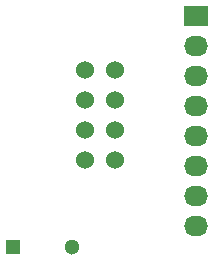
<source format=gbl>
G04 #@! TF.FileFunction,Copper,L2,Bot,Signal*
%FSLAX46Y46*%
G04 Gerber Fmt 4.6, Leading zero omitted, Abs format (unit mm)*
G04 Created by KiCad (PCBNEW 4.0.1-stable) date 2016 July 16, Saturday 18:17:22*
%MOMM*%
G01*
G04 APERTURE LIST*
%ADD10C,0.100000*%
%ADD11R,2.032000X1.727200*%
%ADD12O,2.032000X1.727200*%
%ADD13C,1.524000*%
%ADD14R,1.300000X1.300000*%
%ADD15C,1.300000*%
G04 APERTURE END LIST*
D10*
D11*
X156464000Y-107188000D03*
D12*
X156464000Y-109728000D03*
X156464000Y-112268000D03*
X156464000Y-114808000D03*
X156464000Y-117348000D03*
X156464000Y-119888000D03*
X156464000Y-122428000D03*
X156464000Y-124968000D03*
D13*
X149606000Y-116840000D03*
X149606000Y-114300000D03*
X149606000Y-111760000D03*
X147066000Y-111760000D03*
X147066000Y-114300000D03*
X147066000Y-116840000D03*
X147066000Y-119380000D03*
X149606000Y-119380000D03*
D14*
X140970000Y-126746000D03*
D15*
X145970000Y-126746000D03*
M02*

</source>
